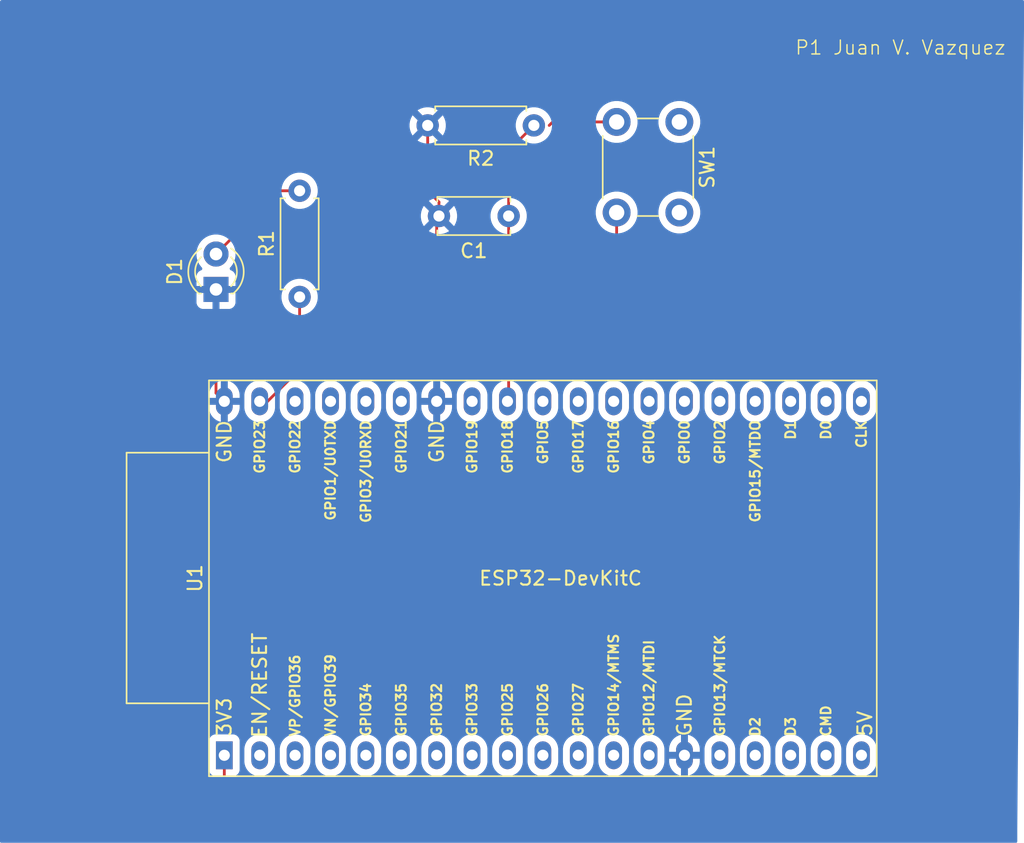
<source format=kicad_pcb>
(kicad_pcb (version 20241229) (generator "pcbnew") (generator_version "9.0")
  (layers (0 "F.Cu" signal) (2 "B.Cu" signal) (13 "F.Paste" user) (15 "B.Paste" user) (5 "F.SilkS" user "F.Silkscreen") (7 "B.SilkS" user "B.Silkscreen") (1 "F.Mask" user) (3 "B.Mask" user) (25 "Edge.Cuts" user))
  (net 0 "")
  (net 1 "Net-(U1-GPIO18)")
  (net 2 "GND")
  (net 3 "Net-(D1-A)")
  (net 4 "Net-(U1-GPIO23)")
  (net 5 "+3.3V")
  (footprint "Resistor_THT:R_Axial_DIN0207_L6.3mm_D2.5mm_P7.62mm_Horizontal" (layer "F.Cu") (at 144.81 61 180)
    (property "Reference" "R2" (at 3.81 -2.37 0) (layer "F.SilkS"))
    (property "Value" "R")
    (fp_line (start 7.08 1.37) (end 7.08 1.04) (stroke (width 0.12)) (layer "F.SilkS"))
    (fp_line (start 7.08 -1.37) (end 7.08 -1.04) (stroke (width 0.12)) (layer "F.SilkS"))
    (fp_line (start 0.54 1.37) (end 7.08 1.37) (stroke (width 0.12)) (layer "F.SilkS"))
    (fp_line (start 0.54 1.04) (end 0.54 1.37) (stroke (width 0.12)) (layer "F.SilkS"))
    (fp_line (start 0.54 -1.04) (end 0.54 -1.37) (stroke (width 0.12)) (layer "F.SilkS"))
    (fp_line (start 0.54 -1.37) (end 7.08 -1.37) (stroke (width 0.12)) (layer "F.SilkS"))
    (pad "1" thru_hole circle (at 0 0 180) (size 1.6 1.6) (drill 0.8) (layers "*.Cu" "*.Mask") (net 1 "Net-(U1-GPIO18)"))
    (pad "2" thru_hole circle (at 7.62 0 180) (size 1.6 1.6) (drill 0.8) (layers "*.Cu" "*.Mask") (net 2 "GND"))
  )
  (footprint "LED_THT:LED_D3.0mm" (layer "F.Cu") (at 122 72.77 90)
    (property "Reference" "D1" (at 1.27 -2.96 90) (layer "F.SilkS"))
    (property "Value" "LED")
    (fp_line (start -0.29 -1.236) (end -0.29 -1.08) (stroke (width 0.12)) (layer "F.SilkS"))
    (fp_line (start -0.29 1.08) (end -0.29 1.236) (stroke (width 0.12)) (layer "F.SilkS"))
    (fp_arc (start -0.29 -1.235516) (mid 1.36566 -1.987699) (end 2.941437 -1.08) (stroke (width 0.12)) (layer "F.SilkS"))
    (fp_arc (start 0.229039 -1.08) (mid 1.27 -1.5) (end 2.310961 -1.08) (stroke (width 0.12)) (layer "F.SilkS"))
    (fp_arc (start 2.941437 1.08) (mid 1.36566 1.987699) (end -0.29 1.235516) (stroke (width 0.12)) (layer "F.SilkS"))
    (fp_arc (start 2.310961 1.08) (mid 1.27 1.5) (end 0.229039 1.08) (stroke (width 0.12)) (layer "F.SilkS"))
    (pad "1" thru_hole rect (at 0 0 90) (size 1.8 1.8) (drill 0.9) (layers "*.Cu" "*.Mask") (net 2 "GND"))
    (pad "2" thru_hole circle (at 2.54 0 90) (size 1.8 1.8) (drill 0.9) (layers "*.Cu" "*.Mask") (net 3 "Net-(D1-A)"))
  )
  (footprint "Button_Switch_THT:SW_PUSH_6mm" (layer "F.Cu") (at 155.25 60.75 -90)
    (property "Reference" "SW1" (at 3.25 -2 90) (layer "F.SilkS"))
    (property "Value" "SW_Push")
    (fp_line (start 1 5.5) (end 5.5 5.5) (stroke (width 0.12)) (layer "F.SilkS"))
    (fp_line (start 6.75 3) (end 6.75 1.5) (stroke (width 0.12)) (layer "F.SilkS"))
    (fp_line (start -0.25 1.5) (end -0.25 3) (stroke (width 0.12)) (layer "F.SilkS"))
    (fp_line (start 5.5 -1) (end 1 -1) (stroke (width 0.12)) (layer "F.SilkS"))
    (pad "1" thru_hole circle (at 0 0) (size 2 2) (drill 1.1) (layers "*.Cu" "*.Mask") (net 1 "Net-(U1-GPIO18)"))
    (pad "1" thru_hole circle (at 6.5 0) (size 2 2) (drill 1.1) (layers "*.Cu" "*.Mask") (net 1 "Net-(U1-GPIO18)"))
    (pad "2" thru_hole circle (at 0 4.5) (size 2 2) (drill 1.1) (layers "*.Cu" "*.Mask") (net 5 "+3.3V"))
    (pad "2" thru_hole circle (at 6.5 4.5) (size 2 2) (drill 1.1) (layers "*.Cu" "*.Mask") (net 5 "+3.3V"))
  )
  (footprint "Resistor_THT:R_Axial_DIN0207_L6.3mm_D2.5mm_P7.62mm_Horizontal" (layer "F.Cu") (at 128 73.31 90)
    (property "Reference" "R1" (at 3.81 -2.37 90) (layer "F.SilkS"))
    (property "Value" "R")
    (fp_line (start 7.08 -1.37) (end 7.08 -1.04) (stroke (width 0.12)) (layer "F.SilkS"))
    (fp_line (start 0.54 -1.37) (end 7.08 -1.37) (stroke (width 0.12)) (layer "F.SilkS"))
    (fp_line (start 0.54 -1.04) (end 0.54 -1.37) (stroke (width 0.12)) (layer "F.SilkS"))
    (fp_line (start 0.54 1.04) (end 0.54 1.37) (stroke (width 0.12)) (layer "F.SilkS"))
    (fp_line (start 7.08 1.37) (end 7.08 1.04) (stroke (width 0.12)) (layer "F.SilkS"))
    (fp_line (start 0.54 1.37) (end 7.08 1.37) (stroke (width 0.12)) (layer "F.SilkS"))
    (pad "1" thru_hole circle (at 0 0 90) (size 1.6 1.6) (drill 0.8) (layers "*.Cu" "*.Mask") (net 4 "Net-(U1-GPIO23)"))
    (pad "2" thru_hole circle (at 7.62 0 90) (size 1.6 1.6) (drill 0.8) (layers "*.Cu" "*.Mask") (net 3 "Net-(D1-A)"))
  )
  (footprint "Espressif:ESP32-DevKitC" (layer "F.Cu") (at 122.59656 106.2 90)
    (property "Reference" "U1" (at 12.7 -2.1 90) (layer "F.SilkS"))
    (property "Value" "ESP32-DevKitC" (at 12.7 24.13 0) (layer "F.SilkS"))
    (fp_line (start 21.71332 -7.01312) (end 21.71332 -1.12032) (stroke (width 0.12)) (layer "F.SilkS"))
    (fp_line (start 3.73012 -7.01312) (end 21.71332 -7.01312) (stroke (width 0.12)) (layer "F.SilkS"))
    (fp_line (start 3.73012 -1.12032) (end 3.73012 -7.01312) (stroke (width 0.12)) (layer "F.SilkS"))
    (fp_line (start 26.9 -1.1) (end -1.499999 -1.1) (stroke (width 0.12)) (layer "F.SilkS"))
    (fp_line (start -1.499999 -1.1) (end -1.5 46.82) (stroke (width 0.12)) (layer "F.SilkS"))
    (fp_line (start 26.899999 46.82) (end 26.9 -1.1) (stroke (width 0.12)) (layer "F.SilkS"))
    (fp_line (start -1.5 46.82) (end 26.899999 46.82) (stroke (width 0.12)) (layer "F.SilkS"))
    (fp_text user "GND" (at 24.13 15.24 90) (layer "F.SilkS") (effects (justify right)))
    (fp_text user "GPIO33" (at 1.27 17.78 90) (layer "F.SilkS") (effects (font (size 0.7 0.7)) (justify left)))
    (fp_text user "GPIO32" (at 1.27 15.24 90) (layer "F.SilkS") (effects (font (size 0.7 0.7)) (justify left)))
    (fp_text user "GPIO5" (at 24.13 22.86 90) (layer "F.SilkS") (effects (font (size 0.7 0.7)) (justify right)))
    (fp_text user "GPIO13/MTCK" (at 1.27 35.56 90) (layer "F.SilkS") (effects (font (size 0.7 0.7)) (justify left)))
    (fp_text user "D3" (at 1.27 40.64 90) (layer "F.SilkS") (effects (font (size 0.7 0.7)) (justify left)))
    (fp_text user "GPIO21" (at 24.13 12.7 90) (layer "F.SilkS") (effects (font (size 0.7 0.7)) (justify right)))
    (fp_text user "GPIO15/MTDO" (at 24.13 38.1 90) (layer "F.SilkS") (effects (font (size 0.7 0.7)) (justify right)))
    (fp_text user "D0" (at 24.13 43.18 90) (layer "F.SilkS") (effects (font (size 0.7 0.7)) (justify right)))
    (fp_text user "GPIO34" (at 1.27 10.16 90) (layer "F.SilkS") (effects (font (size 0.7 0.7)) (justify left)))
    (fp_text user "GPIO3/U0RXD" (at 24.13 10.16 90) (layer "F.SilkS") (effects (font (size 0.7 0.7)) (justify right)))
    (fp_text user "GPIO4" (at 24.13 30.48 90) (layer "F.SilkS") (effects (font (size 0.7 0.7)) (justify right)))
    (fp_text user "GPIO22" (at 24.13 5.08 90) (layer "F.SilkS") (effects (font (size 0.7 0.7)) (justify right)))
    (fp_text user "D1" (at 24.13 40.64 90) (layer "F.SilkS") (effects (font (size 0.7 0.7)) (justify right)))
    (fp_text user "EN/RESET" (at 8.88632 2.53728 90) (layer "F.SilkS") (effects (justify right)))
    (fp_text user "D2" (at 1.27 38.1 90) (layer "F.SilkS") (effects (font (size 0.7 0.7)) (justify left)))
    (fp_text user "GPIO27" (at 1.27 25.4 90) (layer "F.SilkS") (effects (font (size 0.7 0.7)) (justify left)))
    (fp_text user "GPIO19" (at 24.13 17.78 90) (layer "F.SilkS") (effects (font (size 0.7 0.7)) (justify right)))
    (fp_text user "VN/GPIO39" (at 1.27 7.62 90) (layer "F.SilkS") (effects (font (size 0.7 0.7)) (justify left)))
    (fp_text user "GPIO25" (at 1.27 20.32 90) (layer "F.SilkS") (effects (font (size 0.7 0.7)) (justify left)))
    (fp_text user "GPIO1/U0TXD" (at 24.13 7.62 90) (layer "F.SilkS") (effects (font (size 0.7 0.7)) (justify right)))
    (fp_text user "GPIO16" (at 24.13 27.94 90) (layer "F.SilkS") (effects (font (size 0.7 0.7)) (justify right)))
    (fp_text user "GPIO26" (at 1.27 22.86 90) (layer "F.SilkS") (effects (font (size 0.7 0.7)) (justify left)))
    (fp_text user "GND" (at 24.13 0 90) (layer "F.SilkS") (effects (justify right)))
    (fp_text user "GPIO18" (at 24.13 20.32 90) (layer "F.SilkS") (effects (font (size 0.7 0.7)) (justify right)))
    (fp_text user "CLK" (at 24.13 45.72 90) (layer "F.SilkS") (effects (font (size 0.7 0.7)) (justify right)))
    (fp_text user "GPIO23" (at 24.13 2.54 90) (layer "F.SilkS") (effects (font (size 0.7 0.7)) (justify right)))
    (fp_text user "GPIO14/MTMS" (at 1.27 27.94 90) (layer "F.SilkS") (effects (font (size 0.7 0.7)) (justify left)))
    (fp_text user "GPIO17" (at 24.13 25.4 90) (layer "F.SilkS") (effects (font (size 0.7 0.7)) (justify right)))
    (fp_text user "VP/GPIO36" (at 1.27 5.08 90) (layer "F.SilkS") (effects (font (size 0.7 0.7)) (justify left)))
    (fp_text user "CMD" (at 1.27 43.18 90) (layer "F.SilkS") (effects (font (size 0.7 0.7)) (justify left)))
    (fp_text user "GPIO0" (at 24.13 33.02 90) (layer "F.SilkS") (effects (font (size 0.7 0.7)) (justify right)))
    (fp_text user "GPIO2" (at 24.13 35.56 90) (layer "F.SilkS") (effects (font (size 0.7 0.7)) (justify right)))
    (fp_text user "5V" (at 1.26632 45.97128 90) (layer "F.SilkS") (effects (justify left)))
    (fp_text user "GND" (at 1.27 33.02 90) (layer "F.SilkS") (effects (justify left)))
    (fp_text user "GPIO12/MTDI" (at 1.27 30.48 90) (layer "F.SilkS") (effects (font (size 0.7 0.7)) (justify left)))
    (fp_text user "3V3" (at 1.27 0 90) (layer "F.SilkS") (effects (justify left)))
    (fp_text user "GPIO35" (at 1.27 12.7 90) (layer "F.SilkS") (effects (font (size 0.7 0.7)) (justify left)))
    (pad "1" thru_hole rect (at 0 0) (size 1.2 2) (drill 0.8) (layers "*.Cu" "*.Mask") (net 5 "+3.3V"))
    (pad "2" thru_hole oval (at 0 2.54) (size 1.2 2) (drill 0.8) (layers "*.Cu" "*.Mask"))
    (pad "3" thru_hole oval (at 0 5.08) (size 1.2 2) (drill 0.8) (layers "*.Cu" "*.Mask"))
    (pad "4" thru_hole oval (at 0 7.62) (size 1.2 2) (drill 0.8) (layers "*.Cu" "*.Mask"))
    (pad "5" thru_hole oval (at 0 10.16) (size 1.2 2) (drill 0.8) (layers "*.Cu" "*.Mask"))
    (pad "6" thru_hole oval (at 0 12.7) (size 1.2 2) (drill 0.8) (layers "*.Cu" "*.Mask"))
    (pad "7" thru_hole oval (at 0 15.24) (size 1.2 2) (drill 0.8) (layers "*.Cu" "*.Mask"))
    (pad "8" thru_hole oval (at 0 17.78) (size 1.2 2) (drill 0.8) (layers "*.Cu" "*.Mask"))
    (pad "9" thru_hole oval (at 0 20.32) (size 1.2 2) (drill 0.8) (layers "*.Cu" "*.Mask"))
    (pad "10" thru_hole oval (at 0 22.86) (size 1.2 2) (drill 0.8) (layers "*.Cu" "*.Mask"))
    (pad "11" thru_hole oval (at 0 25.4) (size 1.2 2) (drill 0.8) (layers "*.Cu" "*.Mask"))
    (pad "12" thru_hole oval (at 0 27.94) (size 1.2 2) (drill 0.8) (layers "*.Cu" "*.Mask"))
    (pad "13" thru_hole oval (at 0 30.48) (size 1.2 2) (drill 0.8) (layers "*.Cu" "*.Mask"))
    (pad "14" thru_hole oval (at 0 33.02) (size 1.2 2) (drill 0.8) (layers "*.Cu" "*.Mask") (net 2 "GND"))
    (pad "15" thru_hole oval (at 0 35.56) (size 1.2 2) (drill 0.8) (layers "*.Cu" "*.Mask"))
    (pad "16" thru_hole oval (at 0 38.1) (size 1.2 2) (drill 0.8) (layers "*.Cu" "*.Mask"))
    (pad "17" thru_hole oval (at 0 40.64) (size 1.2 2) (drill 0.8) (layers "*.Cu" "*.Mask"))
    (pad "18" thru_hole oval (at 0 43.18) (size 1.2 2) (drill 0.8) (layers "*.Cu" "*.Mask"))
    (pad "19" thru_hole oval (at 0 45.72) (size 1.2 2) (drill 0.8) (layers "*.Cu" "*.Mask"))
    (pad "20" thru_hole oval (at 25.39632 45.71728) (size 1.2 2) (drill 0.8) (layers "*.Cu" "*.Mask"))
    (pad "21" thru_hole oval (at 25.39632 43.17728) (size 1.2 2) (drill 0.8) (layers "*.Cu" "*.Mask"))
    (pad "22" thru_hole oval (at 25.4 40.64) (size 1.2 2) (drill 0.8) (layers "*.Cu" "*.Mask"))
    (pad "23" thru_hole oval (at 25.4 38.1) (size 1.2 2) (drill 0.8) (layers "*.Cu" "*.Mask"))
    (pad "24" thru_hole oval (at 25.4 35.56) (size 1.2 2) (drill 0.8) (layers "*.Cu" "*.Mask"))
    (pad "25" thru_hole oval (at 25.4 33.02) (size 1.2 2) (drill 0.8) (layers "*.Cu" "*.Mask"))
    (pad "26" thru_hole oval (at 25.4 30.48) (size 1.2 2) (drill 0.8) (layers "*.Cu" "*.Mask"))
    (pad "27" thru_hole oval (at 25.4 27.94) (size 1.2 2) (drill 0.8) (layers "*.Cu" "*.Mask"))
    (pad "28" thru_hole oval (at 25.4 25.4) (size 1.2 2) (drill 0.8) (layers "*.Cu" "*.Mask"))
    (pad "29" thru_hole oval (at 25.4 22.86) (size 1.2 2) (drill 0.8) (layers "*.Cu" "*.Mask"))
    (pad "30" thru_hole oval (at 25.4 20.32) (size 1.2 2) (drill 0.8) (layers "*.Cu" "*.Mask") (net 1 "Net-(U1-GPIO18)"))
    (pad "31" thru_hole oval (at 25.4 17.78) (size 1.2 2) (drill 0.8) (layers "*.Cu" "*.Mask"))
    (pad "32" thru_hole oval (at 25.4 15.24) (size 1.2 2) (drill 0.8) (layers "*.Cu" "*.Mask") (net 2 "GND"))
    (pad "33" thru_hole oval (at 25.4 12.7) (size 1.2 2) (drill 0.8) (layers "*.Cu" "*.Mask"))
    (pad "34" thru_hole oval (at 25.4 10.16) (size 1.2 2) (drill 0.8) (layers "*.Cu" "*.Mask"))
    (pad "35" thru_hole oval (at 25.4 7.62) (size 1.2 2) (drill 0.8) (layers "*.Cu" "*.Mask"))
    (pad "36" thru_hole oval (at 25.4 5.08) (size 1.2 2) (drill 0.8) (layers "*.Cu" "*.Mask"))
    (pad "37" thru_hole oval (at 25.4 2.54) (size 1.2 2) (drill 0.8) (layers "*.Cu" "*.Mask") (net 4 "Net-(U1-GPIO23)"))
    (pad "38" thru_hole oval (at 25.4 0) (size 1.2 2) (drill 0.8) (layers "*.Cu" "*.Mask") (net 2 "GND"))
  )
  (footprint "Capacitor_THT:C_Disc_D5.0mm_W2.5mm_P5.00mm" (layer "F.Cu") (at 143 67.5 180)
    (property "Reference" "C1" (at 2.5 -2.5 0) (layer "F.SilkS"))
    (property "Value" "C")
    (fp_line (start 5.12 1.37) (end -0.12 1.37) (stroke (width 0.12)) (layer "F.SilkS"))
    (fp_line (start 5.12 1.033) (end 5.12 1.37) (stroke (width 0.12)) (layer "F.SilkS"))
    (fp_line (start 5.12 -1.37) (end 5.12 -1.033) (stroke (width 0.12)) (layer "F.SilkS"))
    (fp_line (start -0.12 1.37) (end -0.12 1.033) (stroke (width 0.12)) (layer "F.SilkS"))
    (fp_line (start -0.12 -1.033) (end -0.12 -1.37) (stroke (width 0.12)) (layer "F.SilkS"))
    (fp_line (start -0.12 -1.37) (end 5.12 -1.37) (stroke (width 0.12)) (layer "F.SilkS"))
    (pad "1" thru_hole circle (at 0 0 180) (size 1.6 1.6) (drill 0.8) (layers "*.Cu" "*.Mask") (net 1 "Net-(U1-GPIO18)"))
    (pad "2" thru_hole circle (at 5 0 180) (size 1.6 1.6) (drill 0.8) (layers "*.Cu" "*.Mask") (net 2 "GND"))
  )
  (gr_text "P1 Juan V. Vazquez" (at 163.5 56 0) (layer "F.SilkS") (effects (font (size 1 1) (thickness 0.1)) (justify left bottom)))
  (segment (start 143 62.81) (end 144.81 61) (width 0.2) (layer "F.Cu") (net 1))
  (segment (start 143 80.71656) (end 142.91656 80.8) (width 0.2) (layer "F.Cu") (net 1))
  (segment (start 143 67.5) (end 143 62.81) (width 0.2) (layer "F.Cu") (net 1))
  (segment (start 143 67.5) (end 143 80.71656) (width 0.2) (layer "F.Cu") (net 1))
  (segment (start 137.83656 80.8) (end 137.83656 67.66344) (width 0.2) (layer "F.Cu") (net 2))
  (segment (start 138 66.5) (end 137.19 65.69) (width 0.2) (layer "F.Cu") (net 2))
  (segment (start 137.83656 67.66344) (end 138 67.5) (width 0.2) (layer "F.Cu") (net 2))
  (segment (start 137.19 65.69) (end 137.19 61) (width 0.2) (layer "F.Cu") (net 2))
  (segment (start 122 80.20344) (end 122.59656 80.8) (width 0.2) (layer "F.Cu") (net 2))
  (segment (start 138 67.5) (end 138 66.5) (width 0.2) (layer "F.Cu") (net 2))
  (segment (start 122 72.77) (end 122 80.20344) (width 0.2) (layer "F.Cu") (net 2))
  (segment (start 128 65.69) (end 126.54 65.69) (width 0.2) (layer "F.Cu") (net 3))
  (segment (start 126.54 65.69) (end 122 70.23) (width 0.2) (layer "F.Cu") (net 3))
  (segment (start 125.13656 80.8) (end 125.3 80.8) (width 0.2) (layer "F.Cu") (net 4))
  (segment (start 128 78.5) (end 128 73.31) (width 0.2) (layer "F.Cu") (net 4))
  (segment (start 125.5 81) (end 128 78.5) (width 0.2) (layer "F.Cu") (net 4))
  (segment (start 125.3 80.8) (end 125.5 81) (width 0.2) (layer "F.Cu") (net 4))
  (segment (start 113 104.5) (end 118 109.5) (width 0.2) (layer "F.Cu") (net 5))
  (segment (start 113 57.5) (end 113 104.5) (width 0.2) (layer "F.Cu") (net 5))
  (segment (start 160.5 56.5) (end 114 56.5) (width 0.2) (layer "F.Cu") (net 5))
  (segment (start 122.5 109.5) (end 122.5 109) (width 0.2) (layer "F.Cu") (net 5))
  (segment (start 118 109.5) (end 122.5 109.5) (width 0.2) (layer "F.Cu") (net 5))
  (segment (start 122.59656 108.90344) (end 122.59656 106.2) (width 0.2) (layer "F.Cu") (net 5))
  (segment (start 114 56.5) (end 113 57.5) (width 0.2) (layer "F.Cu") (net 5))
  (segment (start 150.75 72.25) (end 151 72.5) (width 0.2) (layer "F.Cu") (net 5))
  (segment (start 122.5 109) (end 122.59656 108.90344) (width 0.2) (layer "F.Cu") (net 5))
  (segment (start 151 72.5) (end 158.5 72.5) (width 0.2) (layer "F.Cu") (net 5))
  (segment (start 146.161 60.75) (end 145.911 61) (width 0.2) (layer "F.Cu") (net 5))
  (segment (start 150.75 60.75) (end 146.161 60.75) (width 0.2) (layer "F.Cu") (net 5))
  (segment (start 150.75 67.25) (end 150.75 72.25) (width 0.2) (layer "F.Cu") (net 5))
  (segment (start 160.5 70.5) (end 160.5 56.5) (width 0.2) (layer "F.Cu") (net 5))
  (segment (start 158.5 72.5) (end 160.5 70.5) (width 0.2) (layer "F.Cu") (net 5))
  (zone (net 2) (net_name "GND") (layer "B.Cu") (connect_pads (clearance 0.5)) (min_thickness 0.25) (fill yes (thermal_gap 0.5) (thermal_bridge_width 0.5))
    (polygon (pts (xy 179.5 111.5) (xy 180 52) (xy 106.5 52) (xy 106.5 112.5) (xy 179.5 112.5)))
  )
)
</source>
